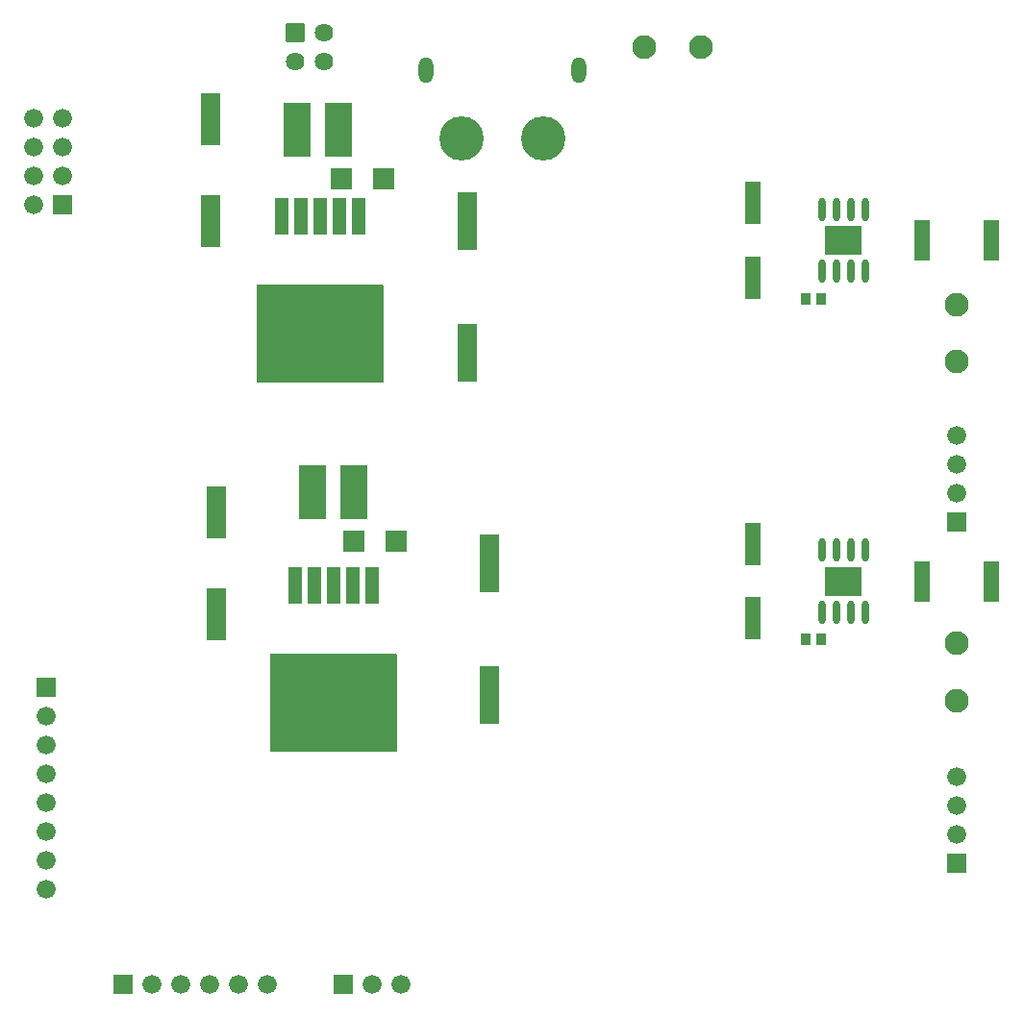
<source format=gts>
G04 Layer: TopSolderMaskLayer*
G04 EasyEDA v6.5.48, 2025-01-21 22:01:40*
G04 ce5bcd5d7360488599399ea35ca3f730,208856bd7ad64deca1bfdec547b981c7,10*
G04 Gerber Generator version 0.2*
G04 Scale: 100 percent, Rotated: No, Reflected: No *
G04 Dimensions in millimeters *
G04 leading zeros omitted , absolute positions ,4 integer and 5 decimal *
%FSLAX45Y45*%
%MOMM*%

%AMMACRO1*4,1,8,-0.4211,-0.5008,-0.4508,-0.471,-0.4508,0.4711,-0.4211,0.5008,0.421,0.5008,0.4508,0.4711,0.4508,-0.471,0.421,-0.5008,-0.4211,-0.5008,0*%
%AMMACRO2*4,1,8,-0.8211,-2.5508,-0.8508,-2.521,-0.8508,2.5211,-0.8211,2.5508,0.821,2.5508,0.8508,2.5211,0.8508,-2.521,0.821,-2.5508,-0.8211,-2.5508,0*%
%AMMACRO3*4,1,8,-0.846,-2.3008,-0.8758,-2.271,-0.8758,2.2711,-0.846,2.3008,0.846,2.3008,0.8758,2.2711,0.8758,-2.271,0.846,-2.3008,-0.846,-2.3008,0*%
%AMMACRO4*4,1,8,-0.9311,-0.9608,-0.9608,-0.931,-0.9608,0.9311,-0.9311,0.9608,0.931,0.9608,0.9608,0.9311,0.9608,-0.931,0.931,-0.9608,-0.9311,-0.9608,0*%
%AMMACRO5*4,1,8,-0.8085,-0.8382,-0.8382,-0.8084,-0.8382,0.8085,-0.8085,0.8382,0.8084,0.8382,0.8382,0.8085,0.8382,-0.8084,0.8084,-0.8382,-0.8085,-0.8382,0*%
%AMMACRO6*4,1,8,-0.7831,-0.8128,-0.8128,-0.783,-0.8128,0.7831,-0.7831,0.8128,0.783,0.8128,0.8128,0.7831,0.8128,-0.783,0.783,-0.8128,-0.7831,-0.8128,0*%
%AMMACRO7*4,1,8,-1.1331,-2.3608,-1.1628,-2.331,-1.1628,2.3311,-1.1331,2.3608,1.133,2.3608,1.1628,2.3311,1.1628,-2.331,1.133,-2.3608,-1.1331,-2.3608,0*%
%AMMACRO8*4,1,8,-0.6623,-1.7788,-0.6921,-1.749,-0.6921,1.749,-0.6623,1.7788,0.6623,1.7788,0.6921,1.749,0.6921,-1.749,0.6623,-1.7788,-0.6623,-1.7788,0*%
%AMMACRO9*4,1,8,-1.5701,-1.2558,-1.5998,-1.226,-1.5998,1.2261,-1.5701,1.2558,1.57,1.2558,1.5998,1.2261,1.5998,-1.226,1.57,-1.2558,-1.5701,-1.2558,0*%
%AMMACRO10*4,1,8,-0.6511,-1.8558,-0.6808,-1.826,-0.6808,1.8261,-0.6511,1.8558,0.651,1.8558,0.6808,1.8261,0.6808,-1.826,0.651,-1.8558,-0.6511,-1.8558,0*%
%AMMACRO11*4,1,8,-0.5311,-1.5922,-0.5608,-1.5624,-0.5608,1.5625,-0.5311,1.5922,0.531,1.5922,0.5608,1.5625,0.5608,-1.5624,0.531,-1.5922,-0.5311,-1.5922,0*%
%AMMACRO12*4,1,8,-5.521,-4.3008,-5.5508,-4.271,-5.5508,4.271,-5.521,4.3008,5.521,4.3008,5.5508,4.271,5.5508,-4.271,5.521,-4.3008,-5.521,-4.3008,0*%
%ADD10MACRO1*%
%ADD11MACRO2*%
%ADD12MACRO3*%
%ADD13O,1.3000228X2.3000208*%
%ADD14C,3.9000*%
%ADD15MACRO4*%
%ADD16MACRO5*%
%ADD17C,1.6764*%
%ADD18MACRO6*%
%ADD19C,1.6256*%
%ADD20MACRO7*%
%ADD21C,2.1016*%
%ADD22MACRO8*%
%ADD23O,0.7036053999999999X2.0425918000000003*%
%ADD24MACRO9*%
%ADD25MACRO10*%
%ADD26MACRO11*%
%ADD27MACRO12*%

%LPD*%
D10*
G01*
X7308999Y-5715000D03*
G01*
X7169000Y-5715000D03*
G01*
X7308999Y-2717800D03*
G01*
X7169000Y-2717800D03*
D11*
G01*
X4381500Y-5046101D03*
G01*
X4381500Y-6206098D03*
G01*
X4191000Y-2028210D03*
G01*
X4191000Y-3188207D03*
D12*
G01*
X1981200Y-4591902D03*
G01*
X1981200Y-5491897D03*
G01*
X1930400Y-1129511D03*
G01*
X1930400Y-2029506D03*
D13*
G01*
X3824986Y-699998D03*
G01*
X5174995Y-699998D03*
D14*
G01*
X4139996Y-1299997D03*
G01*
X4859985Y-1299997D03*
D15*
G01*
X3564199Y-4851407D03*
G01*
X3192195Y-4851407D03*
G01*
X3449899Y-1655716D03*
G01*
X3077895Y-1655716D03*
D16*
G01*
X8499983Y-7680985D03*
D17*
G01*
X8499983Y-7426985D03*
G01*
X8499983Y-7172985D03*
G01*
X8499983Y-6918985D03*
D16*
G01*
X8499983Y-4680991D03*
D17*
G01*
X8499983Y-4426991D03*
G01*
X8499983Y-4172991D03*
G01*
X8499983Y-3918991D03*
D16*
G01*
X482600Y-6134100D03*
D17*
G01*
X482600Y-6388100D03*
G01*
X482600Y-6642100D03*
G01*
X482600Y-6896100D03*
G01*
X482600Y-7150100D03*
G01*
X482600Y-7404100D03*
G01*
X482600Y-7658100D03*
G01*
X482600Y-7912100D03*
G01*
X2425700Y-8750300D03*
G01*
X2171700Y-8750300D03*
G01*
X1917700Y-8750300D03*
G01*
X1663700Y-8750300D03*
G01*
X1409700Y-8750300D03*
D16*
G01*
X1155700Y-8750300D03*
D18*
G01*
X2672994Y-372999D03*
D19*
G01*
X2926994Y-372998D03*
G01*
X2672994Y-626998D03*
G01*
X2926994Y-626998D03*
D16*
G01*
X626999Y-1880997D03*
D17*
G01*
X372998Y-1880996D03*
G01*
X626998Y-1626996D03*
G01*
X372998Y-1626996D03*
G01*
X626998Y-1372996D03*
G01*
X372998Y-1372996D03*
G01*
X626998Y-1118996D03*
G01*
X372998Y-1118996D03*
G01*
X3606800Y-8750300D03*
G01*
X3352800Y-8750300D03*
D16*
G01*
X3098800Y-8750300D03*
D20*
G01*
X3192699Y-4419600D03*
G01*
X2827100Y-4419600D03*
G01*
X3052999Y-1223909D03*
G01*
X2687400Y-1223909D03*
D21*
G01*
X8499983Y-2767355D03*
G01*
X8499983Y-3268243D03*
G01*
X8499983Y-5749544D03*
G01*
X8499983Y-6250431D03*
G01*
X5749543Y-499998D03*
G01*
X6250431Y-499998D03*
D22*
G01*
X8193356Y-2199995D03*
G01*
X8806609Y-2199995D03*
G01*
X8806609Y-5199989D03*
G01*
X8193356Y-5199989D03*
D23*
G01*
X7690484Y-4927930D03*
G01*
X7563484Y-4927930D03*
G01*
X7436484Y-4927930D03*
G01*
X7309484Y-4927930D03*
G01*
X7690484Y-5472048D03*
G01*
X7563484Y-5472048D03*
G01*
X7436484Y-5472048D03*
G01*
X7309484Y-5472048D03*
D24*
G01*
X7499985Y-5199989D03*
D23*
G01*
X7690484Y-1927936D03*
G01*
X7563484Y-1927936D03*
G01*
X7436484Y-1927936D03*
G01*
X7309484Y-1927936D03*
G01*
X7690484Y-2472054D03*
G01*
X7563484Y-2472054D03*
G01*
X7436484Y-2472054D03*
G01*
X7309484Y-2472054D03*
D24*
G01*
X7499985Y-2199995D03*
D25*
G01*
X6699994Y-2529502D03*
G01*
X6699994Y-1870504D03*
G01*
X6699994Y-5529496D03*
G01*
X6699994Y-4870498D03*
D26*
G01*
X3349900Y-5237102D03*
G01*
X3179899Y-5237102D03*
G01*
X3009900Y-5237102D03*
G01*
X2839900Y-5237102D03*
G01*
X2669899Y-5237102D03*
D27*
G01*
X3009900Y-6269087D03*
D26*
G01*
X3235600Y-1990611D03*
G01*
X3065599Y-1990611D03*
G01*
X2895600Y-1990611D03*
G01*
X2725600Y-1990611D03*
G01*
X2555599Y-1990611D03*
D27*
G01*
X2895600Y-3022596D03*
M02*

</source>
